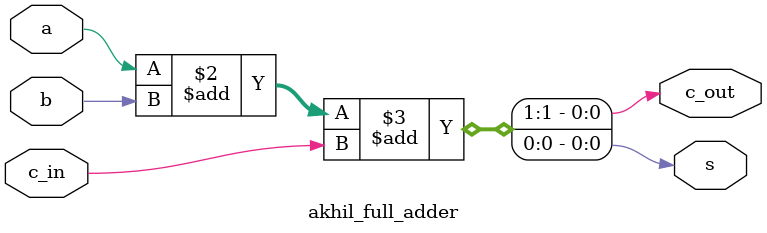
<source format=v>
module akhil_full_adder(s,c_out,a,b,c_in);
input a,b,c_in;
output reg s,c_out;


always@(a or b or c_in)
begin

  {c_out, s} = a + b + c_in; 

end
endmodule


</source>
